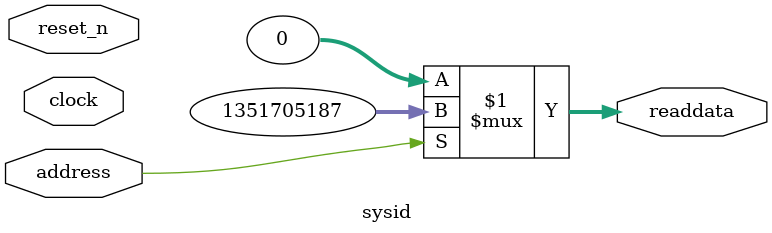
<source format=v>

`timescale 1ns / 1ps
// synthesis translate_on

// turn off superfluous verilog processor warnings 
// altera message_level Level1 
// altera message_off 10034 10035 10036 10037 10230 10240 10030 

module sysid (
               // inputs:
                address,
                clock,
                reset_n,

               // outputs:
                readdata
             )
;

  output  [ 31: 0] readdata;
  input            address;
  input            clock;
  input            reset_n;

  wire    [ 31: 0] readdata;
  //control_slave, which is an e_avalon_slave
  assign readdata = address ? 1351705187 : 0;

endmodule


</source>
